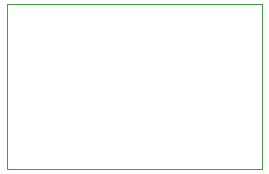
<source format=gko>
G04*
G04 #@! TF.GenerationSoftware,Altium Limited,Altium Designer,20.1.11 (218)*
G04*
G04 Layer_Color=16711935*
%FSLAX25Y25*%
%MOIN*%
G70*
G04*
G04 #@! TF.SameCoordinates,347E647A-96CB-41B1-9455-37820EC3F16A*
G04*
G04*
G04 #@! TF.FilePolarity,Positive*
G04*
G01*
G75*
%ADD11C,0.00394*%
D11*
X100000Y135000D02*
Y190000D01*
Y135000D02*
X185000D01*
Y190000D01*
X100000D02*
X185000D01*
M02*

</source>
